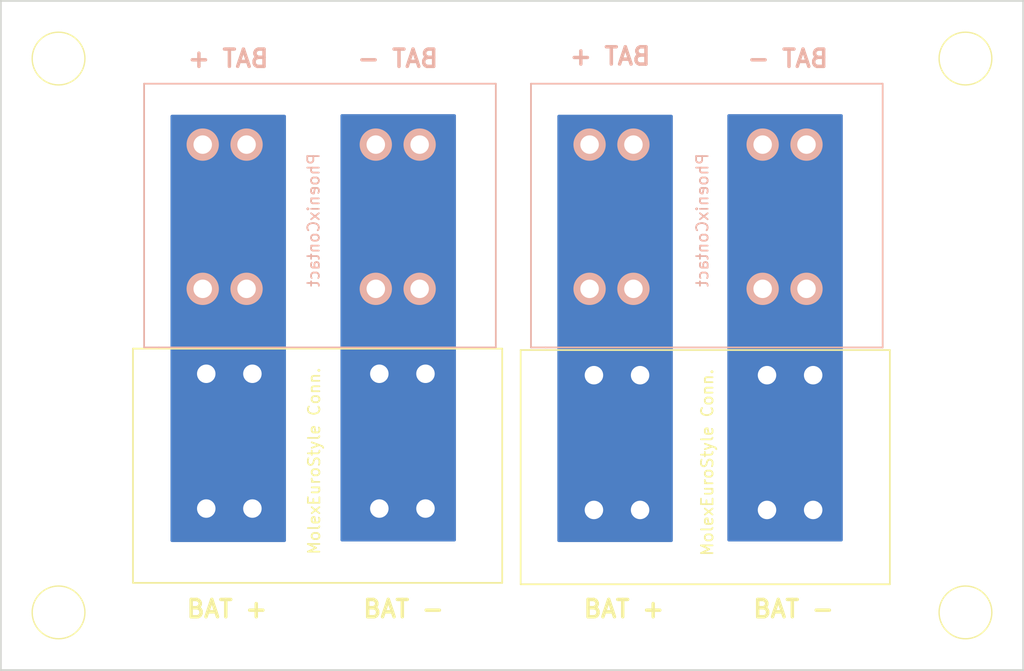
<source format=kicad_pcb>
(kicad_pcb (version 4) (host pcbnew 4.0.7)

  (general
    (links 28)
    (no_connects 0)
    (area 105.924999 92.924999 194.675001 151.075001)
    (thickness 1.6)
    (drawings 16)
    (tracks 0)
    (zones 0)
    (modules 8)
    (nets 5)
  )

  (page A4)
  (layers
    (0 F.Cu signal)
    (31 B.Cu signal)
    (32 B.Adhes user)
    (33 F.Adhes user)
    (34 B.Paste user)
    (35 F.Paste user)
    (36 B.SilkS user)
    (37 F.SilkS user)
    (38 B.Mask user)
    (39 F.Mask user)
    (40 Dwgs.User user)
    (41 Cmts.User user)
    (42 Eco1.User user)
    (43 Eco2.User user)
    (44 Edge.Cuts user)
    (45 Margin user)
    (46 B.CrtYd user)
    (47 F.CrtYd user)
    (48 B.Fab user)
    (49 F.Fab user)
  )

  (setup
    (last_trace_width 0.25)
    (trace_clearance 0.2)
    (zone_clearance 0.508)
    (zone_45_only no)
    (trace_min 0.2)
    (segment_width 0.2)
    (edge_width 0.15)
    (via_size 0.6)
    (via_drill 0.4)
    (via_min_size 0.4)
    (via_min_drill 0.3)
    (uvia_size 0.3)
    (uvia_drill 0.1)
    (uvias_allowed no)
    (uvia_min_size 0.2)
    (uvia_min_drill 0.1)
    (pcb_text_width 0.3)
    (pcb_text_size 1.5 1.5)
    (mod_edge_width 0.15)
    (mod_text_size 1 1)
    (mod_text_width 0.15)
    (pad_size 3.2 3.2)
    (pad_drill 3.2)
    (pad_to_mask_clearance 0.2)
    (aux_axis_origin 0 0)
    (visible_elements 7FFFFFFF)
    (pcbplotparams
      (layerselection 0x010f0_80000001)
      (usegerberextensions false)
      (excludeedgelayer true)
      (linewidth 0.100000)
      (plotframeref false)
      (viasonmask false)
      (mode 1)
      (useauxorigin false)
      (hpglpennumber 1)
      (hpglpenspeed 20)
      (hpglpendiameter 15)
      (hpglpenoverlay 2)
      (psnegative false)
      (psa4output false)
      (plotreference true)
      (plotvalue true)
      (plotinvisibletext false)
      (padsonsilk false)
      (subtractmaskfromsilk true)
      (outputformat 1)
      (mirror false)
      (drillshape 0)
      (scaleselection 1)
      (outputdirectory ""))
  )

  (net 0 "")
  (net 1 "Net-(U1-Pad1)")
  (net 2 "Net-(U1-Pad2)")
  (net 3 "Net-(U3-Pad1)")
  (net 4 "Net-(U3-Pad2)")

  (net_class Default "This is the default net class."
    (clearance 0.2)
    (trace_width 0.25)
    (via_dia 0.6)
    (via_drill 0.4)
    (uvia_dia 0.3)
    (uvia_drill 0.1)
    (add_net "Net-(U1-Pad1)")
    (add_net "Net-(U1-Pad2)")
    (add_net "Net-(U3-Pad1)")
    (add_net "Net-(U3-Pad2)")
  )

  (module Connect:1pin (layer F.Cu) (tedit 5ACC3627) (tstamp 5ACC3749)
    (at 111 146)
    (descr "module 1 pin (ou trou mecanique de percage)")
    (tags DEV)
    (fp_text reference REF** (at 0 -3.048) (layer F.SilkS) hide
      (effects (font (size 1 1) (thickness 0.15)))
    )
    (fp_text value 1pin (at 0 3) (layer F.Fab) hide
      (effects (font (size 1 1) (thickness 0.15)))
    )
    (fp_circle (center 0 0) (end 2 0.8) (layer F.Fab) (width 0.1))
    (fp_circle (center 0 0) (end 2.6 0) (layer F.CrtYd) (width 0.05))
    (fp_circle (center 0 0) (end 0 -2.286) (layer F.SilkS) (width 0.12))
    (pad "" np_thru_hole circle (at 0 0) (size 3.2 3.2) (drill 3.2) (layers *.Cu *.Mask))
  )

  (module Connect:1pin (layer F.Cu) (tedit 5ACC3627) (tstamp 5ACC373A)
    (at 189.6 146)
    (descr "module 1 pin (ou trou mecanique de percage)")
    (tags DEV)
    (fp_text reference REF** (at 0 -3.048) (layer F.SilkS) hide
      (effects (font (size 1 1) (thickness 0.15)))
    )
    (fp_text value 1pin (at 0 3) (layer F.Fab) hide
      (effects (font (size 1 1) (thickness 0.15)))
    )
    (fp_circle (center 0 0) (end 2 0.8) (layer F.Fab) (width 0.1))
    (fp_circle (center 0 0) (end 2.6 0) (layer F.CrtYd) (width 0.05))
    (fp_circle (center 0 0) (end 0 -2.286) (layer F.SilkS) (width 0.12))
    (pad "" np_thru_hole circle (at 0 0) (size 3.2 3.2) (drill 3.2) (layers *.Cu *.Mask))
  )

  (module Connect:1pin (layer F.Cu) (tedit 5ACC3627) (tstamp 5ACC372B)
    (at 189.6 98)
    (descr "module 1 pin (ou trou mecanique de percage)")
    (tags DEV)
    (fp_text reference REF** (at 0 -3.048) (layer F.SilkS) hide
      (effects (font (size 1 1) (thickness 0.15)))
    )
    (fp_text value 1pin (at 0 3) (layer F.Fab) hide
      (effects (font (size 1 1) (thickness 0.15)))
    )
    (fp_circle (center 0 0) (end 2 0.8) (layer F.Fab) (width 0.1))
    (fp_circle (center 0 0) (end 2.6 0) (layer F.CrtYd) (width 0.05))
    (fp_circle (center 0 0) (end 0 -2.286) (layer F.SilkS) (width 0.12))
    (pad "" np_thru_hole circle (at 0 0) (size 3.2 3.2) (drill 3.2) (layers *.Cu *.Mask))
  )

  (module USST-footprints:MolexEuroStyleTerminalBlock2Position (layer F.Cu) (tedit 5AAAAD6E) (tstamp 5AA46776)
    (at 133.45 143.44)
    (path /5AA46B44)
    (fp_text reference "MolexEuroStyle Conn." (at -0.2992 -10.5608 90) (layer F.SilkS)
      (effects (font (size 1 1) (thickness 0.15)))
    )
    (fp_text value PowerConnector (at -0.2992 -0.8608) (layer F.Fab) hide
      (effects (font (size 1 1) (thickness 0.15)))
    )
    (fp_line (start 16 0) (end 16 -20.3) (layer F.SilkS) (width 0.15))
    (fp_line (start 16 -20.3) (end -16 -20.3) (layer F.SilkS) (width 0.15))
    (fp_line (start -16 0) (end -16 -20.3) (layer F.SilkS) (width 0.15))
    (fp_line (start 16 0) (end -16 0) (layer F.SilkS) (width 0.15))
    (pad 1 thru_hole circle (at -9.65 -6.44) (size 2.8 2.8) (drill 1.6) (layers *.Cu *.Mask)
      (net 1 "Net-(U1-Pad1)"))
    (pad 1 thru_hole circle (at -5.65 -6.44) (size 2.8 2.8) (drill 1.6) (layers *.Cu *.Mask)
      (net 1 "Net-(U1-Pad1)"))
    (pad 1 thru_hole circle (at -9.65 -18.12) (size 2.8 2.8) (drill 1.6) (layers *.Cu *.Mask)
      (net 1 "Net-(U1-Pad1)"))
    (pad 1 thru_hole circle (at -5.65 -18.12) (size 2.8 2.8) (drill 1.6) (layers *.Cu *.Mask)
      (net 1 "Net-(U1-Pad1)"))
    (pad 2 thru_hole circle (at 5.35 -18.12) (size 2.8 2.8) (drill 1.6) (layers *.Cu *.Mask)
      (net 2 "Net-(U1-Pad2)"))
    (pad 2 thru_hole circle (at 9.35 -18.12) (size 2.8 2.8) (drill 1.6) (layers *.Cu *.Mask)
      (net 2 "Net-(U1-Pad2)"))
    (pad 2 thru_hole circle (at 5.35 -6.44) (size 2.8 2.8) (drill 1.6) (layers *.Cu *.Mask)
      (net 2 "Net-(U1-Pad2)"))
    (pad 2 thru_hole circle (at 9.35 -6.44) (size 2.8 2.8) (drill 1.6) (layers *.Cu *.Mask)
      (net 2 "Net-(U1-Pad2)"))
  )

  (module USST-footprints:Phoenix_Contact_1770539 (layer B.Cu) (tedit 5AAAAD60) (tstamp 5AA46782)
    (at 123.4948 117.9576)
    (path /5AA46B67)
    (fp_text reference PhoenixContact (at 9.6052 -5.9576 90) (layer B.SilkS)
      (effects (font (size 1 1) (thickness 0.15)) (justify mirror))
    )
    (fp_text value PowerConnector (at 9.4052 -16.7576) (layer B.Fab) hide
      (effects (font (size 1 1) (thickness 0.15)) (justify mirror))
    )
    (fp_line (start -5.08 5.08) (end -3.81 5.08) (layer B.SilkS) (width 0.15))
    (fp_line (start -5.08 -17.78) (end -5.08 5.08) (layer B.SilkS) (width 0.15))
    (fp_line (start 25.4 -17.78) (end -5.08 -17.78) (layer B.SilkS) (width 0.15))
    (fp_line (start 25.4 5.08) (end 25.4 -17.78) (layer B.SilkS) (width 0.15))
    (fp_line (start -3.81 5.08) (end 25.4 5.08) (layer B.SilkS) (width 0.15))
    (pad 1 thru_hole circle (at 0 0) (size 2.8 2.8) (drill 1.6) (layers *.Cu *.Mask B.SilkS)
      (net 1 "Net-(U1-Pad1)"))
    (pad 1 thru_hole circle (at 3.8 0) (size 2.8 2.8) (drill 1.6) (layers *.Cu *.Mask B.SilkS)
      (net 1 "Net-(U1-Pad1)"))
    (pad 1 thru_hole circle (at 0 -12.5) (size 2.8 2.8) (drill 1.6) (layers *.Cu *.Mask B.SilkS)
      (net 1 "Net-(U1-Pad1)"))
    (pad 1 thru_hole circle (at 3.8 -12.5) (size 2.8 2.8) (drill 1.6) (layers *.Cu *.Mask B.SilkS)
      (net 1 "Net-(U1-Pad1)"))
    (pad 2 thru_hole circle (at 15 0) (size 2.8 2.8) (drill 1.6) (layers *.Cu *.Mask B.SilkS)
      (net 2 "Net-(U1-Pad2)"))
    (pad 2 thru_hole circle (at 18.8 0) (size 2.8 2.8) (drill 1.6) (layers *.Cu *.Mask B.SilkS)
      (net 2 "Net-(U1-Pad2)"))
    (pad 2 thru_hole circle (at 15 -12.5) (size 2.8 2.8) (drill 1.6) (layers *.Cu *.Mask B.SilkS)
      (net 2 "Net-(U1-Pad2)"))
    (pad 2 thru_hole circle (at 18.8 -12.5) (size 2.8 2.8) (drill 1.6) (layers *.Cu *.Mask B.SilkS)
      (net 2 "Net-(U1-Pad2)"))
  )

  (module USST-footprints:MolexEuroStyleTerminalBlock2Position (layer F.Cu) (tedit 5AAAAD69) (tstamp 5AA4678E)
    (at 167.05 143.5608)
    (path /5AA46C62)
    (fp_text reference "MolexEuroStyle Conn." (at 0.1728 -10.5608 90) (layer F.SilkS)
      (effects (font (size 1 1) (thickness 0.15)))
    )
    (fp_text value PowerConnector (at -0.2272 -0.8608) (layer F.Fab) hide
      (effects (font (size 1 1) (thickness 0.15)))
    )
    (fp_line (start 16 0) (end 16 -20.3) (layer F.SilkS) (width 0.15))
    (fp_line (start 16 -20.3) (end -16 -20.3) (layer F.SilkS) (width 0.15))
    (fp_line (start -16 0) (end -16 -20.3) (layer F.SilkS) (width 0.15))
    (fp_line (start 16 0) (end -16 0) (layer F.SilkS) (width 0.15))
    (pad 1 thru_hole circle (at -9.65 -6.44) (size 2.8 2.8) (drill 1.6) (layers *.Cu *.Mask)
      (net 3 "Net-(U3-Pad1)"))
    (pad 1 thru_hole circle (at -5.65 -6.44) (size 2.8 2.8) (drill 1.6) (layers *.Cu *.Mask)
      (net 3 "Net-(U3-Pad1)"))
    (pad 1 thru_hole circle (at -9.65 -18.12) (size 2.8 2.8) (drill 1.6) (layers *.Cu *.Mask)
      (net 3 "Net-(U3-Pad1)"))
    (pad 1 thru_hole circle (at -5.65 -18.12) (size 2.8 2.8) (drill 1.6) (layers *.Cu *.Mask)
      (net 3 "Net-(U3-Pad1)"))
    (pad 2 thru_hole circle (at 5.35 -18.12) (size 2.8 2.8) (drill 1.6) (layers *.Cu *.Mask)
      (net 4 "Net-(U3-Pad2)"))
    (pad 2 thru_hole circle (at 9.35 -18.12) (size 2.8 2.8) (drill 1.6) (layers *.Cu *.Mask)
      (net 4 "Net-(U3-Pad2)"))
    (pad 2 thru_hole circle (at 5.35 -6.44) (size 2.8 2.8) (drill 1.6) (layers *.Cu *.Mask)
      (net 4 "Net-(U3-Pad2)"))
    (pad 2 thru_hole circle (at 9.35 -6.44) (size 2.8 2.8) (drill 1.6) (layers *.Cu *.Mask)
      (net 4 "Net-(U3-Pad2)"))
  )

  (module USST-footprints:Phoenix_Contact_1770539 (layer B.Cu) (tedit 5AAAAD65) (tstamp 5AA4679A)
    (at 157.0228 117.9576)
    (path /5AA46C68)
    (fp_text reference PhoenixContact (at 9.7772 -5.9576 90) (layer B.SilkS)
      (effects (font (size 1 1) (thickness 0.15)) (justify mirror))
    )
    (fp_text value PowerConnector (at 10.3772 -16.5576) (layer B.Fab) hide
      (effects (font (size 1 1) (thickness 0.15)) (justify mirror))
    )
    (fp_line (start -5.08 5.08) (end -3.81 5.08) (layer B.SilkS) (width 0.15))
    (fp_line (start -5.08 -17.78) (end -5.08 5.08) (layer B.SilkS) (width 0.15))
    (fp_line (start 25.4 -17.78) (end -5.08 -17.78) (layer B.SilkS) (width 0.15))
    (fp_line (start 25.4 5.08) (end 25.4 -17.78) (layer B.SilkS) (width 0.15))
    (fp_line (start -3.81 5.08) (end 25.4 5.08) (layer B.SilkS) (width 0.15))
    (pad 1 thru_hole circle (at 0 0) (size 2.8 2.8) (drill 1.6) (layers *.Cu *.Mask B.SilkS)
      (net 3 "Net-(U3-Pad1)"))
    (pad 1 thru_hole circle (at 3.8 0) (size 2.8 2.8) (drill 1.6) (layers *.Cu *.Mask B.SilkS)
      (net 3 "Net-(U3-Pad1)"))
    (pad 1 thru_hole circle (at 0 -12.5) (size 2.8 2.8) (drill 1.6) (layers *.Cu *.Mask B.SilkS)
      (net 3 "Net-(U3-Pad1)"))
    (pad 1 thru_hole circle (at 3.8 -12.5) (size 2.8 2.8) (drill 1.6) (layers *.Cu *.Mask B.SilkS)
      (net 3 "Net-(U3-Pad1)"))
    (pad 2 thru_hole circle (at 15 0) (size 2.8 2.8) (drill 1.6) (layers *.Cu *.Mask B.SilkS)
      (net 4 "Net-(U3-Pad2)"))
    (pad 2 thru_hole circle (at 18.8 0) (size 2.8 2.8) (drill 1.6) (layers *.Cu *.Mask B.SilkS)
      (net 4 "Net-(U3-Pad2)"))
    (pad 2 thru_hole circle (at 15 -12.5) (size 2.8 2.8) (drill 1.6) (layers *.Cu *.Mask B.SilkS)
      (net 4 "Net-(U3-Pad2)"))
    (pad 2 thru_hole circle (at 18.8 -12.5) (size 2.8 2.8) (drill 1.6) (layers *.Cu *.Mask B.SilkS)
      (net 4 "Net-(U3-Pad2)"))
  )

  (module Connect:1pin (layer F.Cu) (tedit 5ACC3627) (tstamp 5ACC35F3)
    (at 111 98)
    (descr "module 1 pin (ou trou mecanique de percage)")
    (tags DEV)
    (fp_text reference REF** (at 0 -3.048) (layer F.SilkS) hide
      (effects (font (size 1 1) (thickness 0.15)))
    )
    (fp_text value 1pin (at 0 3) (layer F.Fab) hide
      (effects (font (size 1 1) (thickness 0.15)))
    )
    (fp_circle (center 0 0) (end 2 0.8) (layer F.Fab) (width 0.1))
    (fp_circle (center 0 0) (end 2.6 0) (layer F.CrtYd) (width 0.05))
    (fp_circle (center 0 0) (end 0 -2.286) (layer F.SilkS) (width 0.12))
    (pad "" np_thru_hole circle (at 0 0) (size 3.2 3.2) (drill 3.2) (layers *.Cu *.Mask))
  )

  (gr_line (start 184.6 96) (end 116 96) (layer Dwgs.User) (width 0.2))
  (gr_line (start 184.6 148) (end 184.6 96) (layer Dwgs.User) (width 0.2))
  (gr_line (start 116 148) (end 184.6 148) (layer Dwgs.User) (width 0.2))
  (gr_line (start 116 96) (end 116 148) (layer Dwgs.User) (width 0.2))
  (gr_text "BAT -" (at 140.9 145.7) (layer F.SilkS) (tstamp 5AAAAF88)
    (effects (font (size 1.5 1.5) (thickness 0.3)))
  )
  (gr_text "BAT -" (at 140.4 98) (layer B.SilkS) (tstamp 5AAAAF7C)
    (effects (font (size 1.5 1.5) (thickness 0.3)) (justify mirror))
  )
  (gr_text "BAT -" (at 174.2 98) (layer B.SilkS) (tstamp 5AAAAF6B)
    (effects (font (size 1.5 1.5) (thickness 0.3)) (justify mirror))
  )
  (gr_text "BAT -" (at 174.7 145.7) (layer F.SilkS)
    (effects (font (size 1.5 1.5) (thickness 0.3)))
  )
  (gr_text "BAT +" (at 125.7 98) (layer B.SilkS) (tstamp 5AAAAE5C)
    (effects (font (size 1.5 1.5) (thickness 0.3)) (justify mirror))
  )
  (gr_text "BAT +" (at 125.6 145.7) (layer F.SilkS) (tstamp 5AAAAE33)
    (effects (font (size 1.5 1.5) (thickness 0.3)))
  )
  (gr_text "BAT +" (at 158.8 97.8) (layer B.SilkS) (tstamp 5AAAADF7)
    (effects (font (size 1.5 1.5) (thickness 0.3)) (justify mirror))
  )
  (gr_text "BAT +" (at 160 145.7) (layer F.SilkS)
    (effects (font (size 1.5 1.5) (thickness 0.3)))
  )
  (gr_line (start 106 151) (end 106 93) (angle 90) (layer Edge.Cuts) (width 0.15))
  (gr_line (start 194.6 151) (end 106 151) (angle 90) (layer Edge.Cuts) (width 0.15))
  (gr_line (start 194.6 93) (end 194.6 151) (angle 90) (layer Edge.Cuts) (width 0.15))
  (gr_line (start 106 93) (end 194.6 93) (angle 90) (layer Edge.Cuts) (width 0.15))

  (zone (net 2) (net_name "Net-(U1-Pad2)") (layer B.Cu) (tstamp 5AA4689C) (hatch edge 0.508)
    (connect_pads yes (clearance 0.508))
    (min_thickness 0.254)
    (fill yes (arc_segments 16) (thermal_gap 0.508) (thermal_bridge_width 0.508))
    (polygon
      (pts
        (xy 145.4404 139.8524) (xy 135.4328 139.8524) (xy 135.4328 102.8192) (xy 145.4404 102.8192)
      )
    )
    (filled_polygon
      (pts
        (xy 145.3134 139.7254) (xy 135.5598 139.7254) (xy 135.5598 102.9462) (xy 145.3134 102.9462)
      )
    )
  )
  (zone (net 3) (net_name "Net-(U3-Pad1)") (layer B.Cu) (tstamp 5AA468AA) (hatch edge 0.508)
    (connect_pads yes (clearance 0.508))
    (min_thickness 0.254)
    (fill yes (arc_segments 16) (thermal_gap 0.508) (thermal_bridge_width 0.508))
    (polygon
      (pts
        (xy 164.2364 139.9032) (xy 154.2288 139.9032) (xy 154.2288 102.87) (xy 164.2364 102.87)
      )
    )
    (filled_polygon
      (pts
        (xy 164.1094 139.7762) (xy 154.3558 139.7762) (xy 154.3558 102.997) (xy 164.1094 102.997)
      )
    )
  )
  (zone (net 4) (net_name "Net-(U3-Pad2)") (layer B.Cu) (tstamp 5AA468AB) (hatch edge 0.508)
    (connect_pads yes (clearance 0.508))
    (min_thickness 0.254)
    (fill yes (arc_segments 16) (thermal_gap 0.508) (thermal_bridge_width 0.508))
    (polygon
      (pts
        (xy 178.9684 139.8524) (xy 168.9608 139.8524) (xy 168.9608 102.8192) (xy 178.9684 102.8192)
      )
    )
    (filled_polygon
      (pts
        (xy 178.8414 139.7254) (xy 169.0878 139.7254) (xy 169.0878 102.9462) (xy 178.8414 102.9462)
      )
    )
  )
  (zone (net 1) (net_name "Net-(U1-Pad1)") (layer B.Cu) (tstamp 5AA4689A) (hatch edge 0.508)
    (connect_pads yes (clearance 0.508))
    (min_thickness 0.254)
    (fill yes (arc_segments 16) (thermal_gap 0.508) (thermal_bridge_width 0.508))
    (polygon
      (pts
        (xy 130.7084 139.9032) (xy 120.7008 139.9032) (xy 120.7008 102.87) (xy 130.7084 102.87)
      )
    )
    (filled_polygon
      (pts
        (xy 130.5814 139.7762) (xy 120.8278 139.7762) (xy 120.8278 102.997) (xy 130.5814 102.997)
      )
    )
  )
)

</source>
